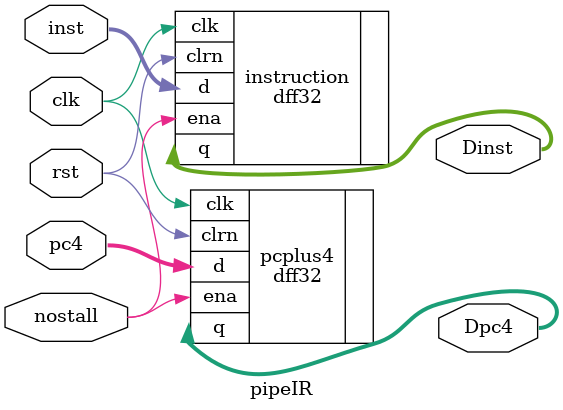
<source format=v>
`timescale 1ns / 1ps

module pipeIR(clk,pc4,inst,nostall,rst,Dinst,Dpc4);
    input clk			;//时钟
	input [31:0] pc4	;//pc+4
    input [31:0] inst	;//指令
    input nostall		;//是否空
    input rst			;//复位信号
    output [31:0] Dinst;//存的指令
    output [31:0] Dpc4 ;//存的pc+4
	dff32 pcplus4(.d(pc4),.clk(clk),.clrn(rst),.ena(nostall),.q(Dpc4));
	dff32 instruction(.d(inst),.clk(clk),.clrn(rst),.ena(nostall),.q(Dinst));
endmodule

</source>
